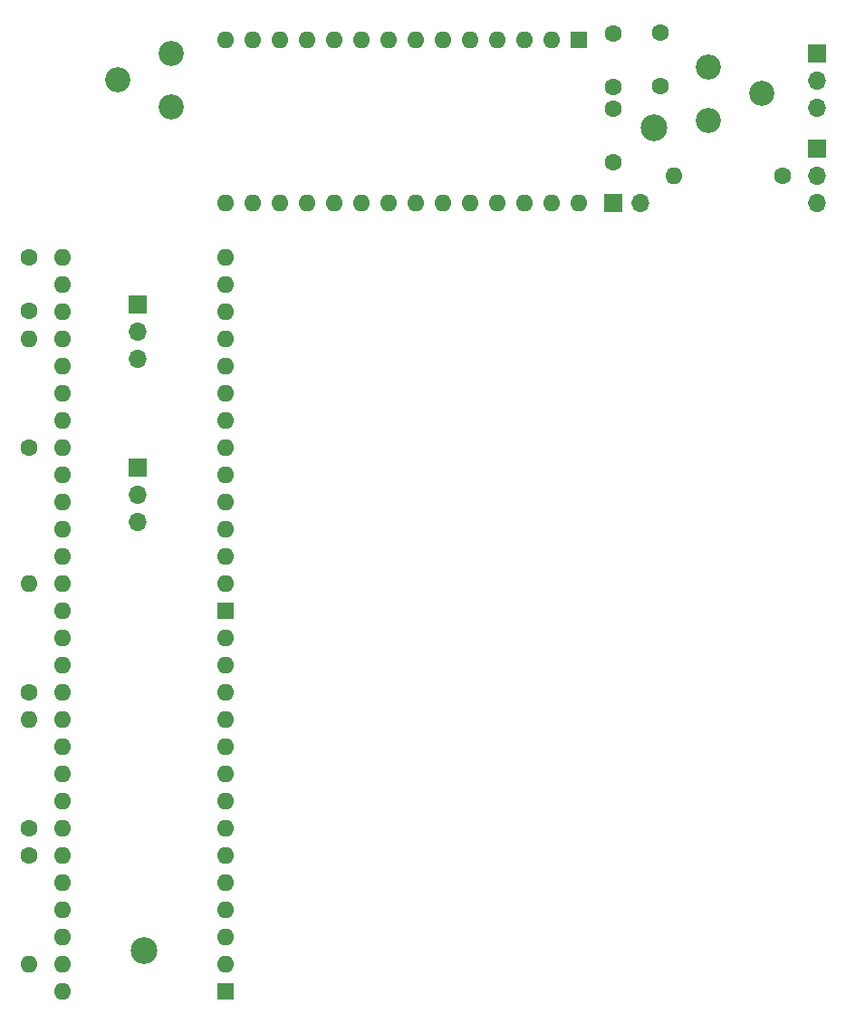
<source format=gts>
G04 #@! TF.GenerationSoftware,KiCad,Pcbnew,(6.0.5)*
G04 #@! TF.CreationDate,2023-01-02T22:47:37+01:00*
G04 #@! TF.ProjectId,C128DCR Dual SID,43313238-4443-4522-9044-75616c205349,D*
G04 #@! TF.SameCoordinates,Original*
G04 #@! TF.FileFunction,Soldermask,Top*
G04 #@! TF.FilePolarity,Negative*
%FSLAX46Y46*%
G04 Gerber Fmt 4.6, Leading zero omitted, Abs format (unit mm)*
G04 Created by KiCad (PCBNEW (6.0.5)) date 2023-01-02 22:47:37*
%MOMM*%
%LPD*%
G01*
G04 APERTURE LIST*
%ADD10R,1.600000X1.600000*%
%ADD11O,1.600000X1.600000*%
%ADD12C,1.600000*%
%ADD13R,1.700000X1.700000*%
%ADD14O,1.700000X1.700000*%
%ADD15C,2.340000*%
%ADD16C,2.500000*%
G04 APERTURE END LIST*
D10*
X121920000Y-123190000D03*
D11*
X121920000Y-120650000D03*
X121920000Y-118110000D03*
X121920000Y-115570000D03*
X121920000Y-113030000D03*
X121920000Y-110490000D03*
X121920000Y-107950000D03*
X121920000Y-105410000D03*
X121920000Y-102870000D03*
X121920000Y-100330000D03*
X121920000Y-97790000D03*
X121920000Y-95250000D03*
X121920000Y-92710000D03*
X121920000Y-90170000D03*
X106680000Y-90170000D03*
X106680000Y-92710000D03*
X106680000Y-95250000D03*
X106680000Y-97790000D03*
X106680000Y-100330000D03*
X106680000Y-102870000D03*
X106680000Y-105410000D03*
X106680000Y-107950000D03*
X106680000Y-110490000D03*
X106680000Y-113030000D03*
X106680000Y-115570000D03*
X106680000Y-118110000D03*
X106680000Y-120650000D03*
X106680000Y-123190000D03*
D12*
X158115000Y-69255000D03*
X158115000Y-74255000D03*
X158115000Y-81280000D03*
X158115000Y-76280000D03*
X103505000Y-130830000D03*
D11*
X103505000Y-120670000D03*
D10*
X121920000Y-158750000D03*
D11*
X121920000Y-156210000D03*
X121920000Y-153670000D03*
X121920000Y-151130000D03*
X121920000Y-148590000D03*
X121920000Y-146050000D03*
X121920000Y-143510000D03*
X121920000Y-140970000D03*
X121920000Y-138430000D03*
X121920000Y-135890000D03*
X121920000Y-133350000D03*
X121920000Y-130810000D03*
X121920000Y-128270000D03*
X121920000Y-125730000D03*
X106680000Y-125730000D03*
X106680000Y-128270000D03*
X106680000Y-130810000D03*
X106680000Y-133350000D03*
X106680000Y-135890000D03*
X106680000Y-138430000D03*
X106680000Y-140970000D03*
X106680000Y-143510000D03*
X106680000Y-146050000D03*
X106680000Y-148590000D03*
X106680000Y-151130000D03*
X106680000Y-153670000D03*
X106680000Y-156210000D03*
X106680000Y-158750000D03*
D10*
X154955000Y-69845000D03*
D11*
X152415000Y-69845000D03*
X149875000Y-69845000D03*
X147335000Y-69845000D03*
X144795000Y-69845000D03*
X142255000Y-69845000D03*
X139715000Y-69845000D03*
X137175000Y-69845000D03*
X134635000Y-69845000D03*
X132095000Y-69845000D03*
X129555000Y-69845000D03*
X127015000Y-69845000D03*
X124475000Y-69845000D03*
X121935000Y-69845000D03*
X121935000Y-85085000D03*
X124475000Y-85085000D03*
X127015000Y-85085000D03*
X129555000Y-85085000D03*
X132095000Y-85085000D03*
X134635000Y-85085000D03*
X137175000Y-85085000D03*
X139715000Y-85085000D03*
X142255000Y-85085000D03*
X144795000Y-85085000D03*
X147335000Y-85085000D03*
X149875000Y-85085000D03*
X152415000Y-85085000D03*
X154955000Y-85085000D03*
D13*
X158115000Y-85090000D03*
D14*
X160655000Y-85090000D03*
D13*
X113665000Y-94630000D03*
D14*
X113665000Y-97170000D03*
X113665000Y-99710000D03*
D12*
X103505000Y-107950000D03*
D11*
X103505000Y-97790000D03*
D12*
X173990000Y-82550000D03*
D11*
X163830000Y-82550000D03*
D12*
X103505000Y-146050000D03*
D11*
X103505000Y-156210000D03*
D12*
X103505000Y-143510000D03*
D11*
X103505000Y-133350000D03*
D15*
X116800000Y-71120000D03*
X111800000Y-73620000D03*
X116800000Y-76120000D03*
D13*
X113665000Y-109855000D03*
D14*
X113665000Y-112395000D03*
X113665000Y-114935000D03*
D13*
X177165000Y-71120000D03*
D14*
X177165000Y-73660000D03*
X177165000Y-76200000D03*
D12*
X162560000Y-69215000D03*
X162560000Y-74215000D03*
D16*
X161925000Y-78105000D03*
D12*
X103505000Y-90210000D03*
X103505000Y-95210000D03*
D16*
X114300000Y-154940000D03*
D13*
X177165000Y-80010000D03*
D14*
X177165000Y-82550000D03*
X177165000Y-85090000D03*
D15*
X167045000Y-77405000D03*
X172045000Y-74905000D03*
X167045000Y-72405000D03*
M02*

</source>
